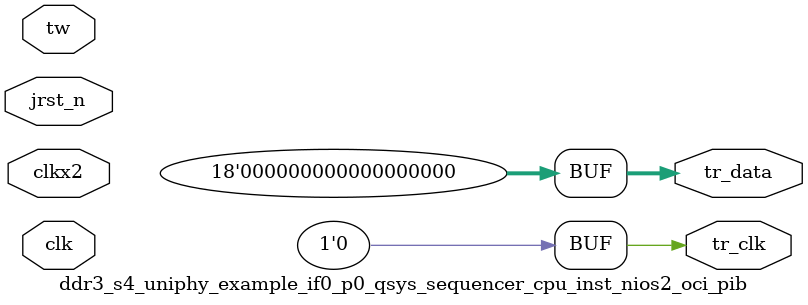
<source format=v>
module ddr3_s4_uniphy_example_if0_p0_qsys_sequencer_cpu_inst_nios2_oci_pib (
                                                                              clk,
                                                                              clkx2,
                                                                              jrst_n,
                                                                              tw,
                                                                              tr_clk,
                                                                              tr_data
                                                                           )
;
  output           tr_clk;
  output  [ 17: 0] tr_data;
  input            clk;
  input            clkx2;
  input            jrst_n;
  input   [ 35: 0] tw;
  wire             phase;
  wire             tr_clk;
  reg              tr_clk_reg ;
  wire    [ 17: 0] tr_data;
  reg     [ 17: 0] tr_data_reg ;
  reg              x1 ;
  reg              x2 ;
  assign phase = x1^x2;
  always @(posedge clk or negedge jrst_n)
    begin
      if (jrst_n == 0)
          x1 <= 0;
      else 
        x1 <= ~x1;
    end
  always @(posedge clkx2 or negedge jrst_n)
    begin
      if (jrst_n == 0)
        begin
          x2 <= 0;
          tr_clk_reg <= 0;
          tr_data_reg <= 0;
        end
      else 
        begin
          x2 <= x1;
          tr_clk_reg <= ~phase;
          tr_data_reg <= phase ?   tw[17 : 0] :   tw[35 : 18];
        end
    end
  assign tr_clk = 0 ? tr_clk_reg : 0;
  assign tr_data = 0 ? tr_data_reg : 0;
endmodule
</source>
